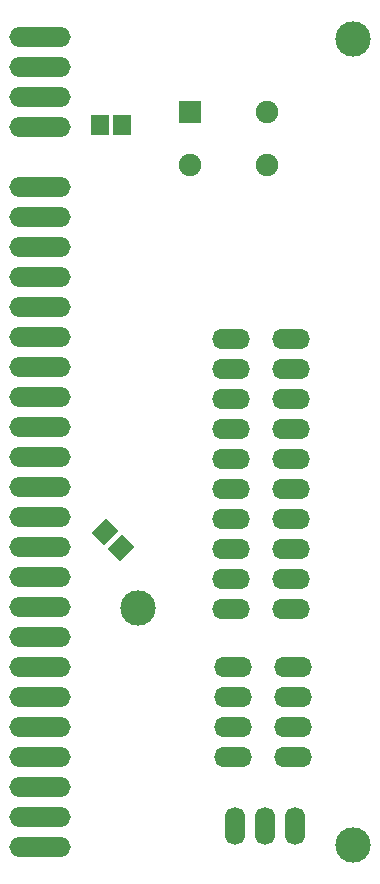
<source format=gbr>
G04 DipTrace 3.2.0.1*
G04 TopMask.gbr*
%MOIN*%
G04 #@! TF.FileFunction,Soldermask,Top*
G04 #@! TF.Part,Single*
%AMOUTLINE1*
4,1,4,
-0.044542,-0.002783,
0.002783,0.044542,
0.044542,0.002783,
-0.002783,-0.044542,
-0.044542,-0.002783,
0*%
%AMOUTLINE4*
4,1,4,
-0.037402,-0.037402,
-0.037402,0.037402,
0.037402,0.037402,
0.037402,-0.037402,
-0.037402,-0.037402,
0*%
%ADD22C,0.11811*%
%ADD28C,0.074803*%
%ADD30O,0.066929X0.125984*%
%ADD32O,0.125984X0.066929*%
%ADD34O,0.204724X0.066929*%
%ADD36R,0.059055X0.066929*%
%ADD43OUTLINE1*%
%ADD46OUTLINE4*%
%FSLAX26Y26*%
G04*
G70*
G90*
G75*
G01*
G04 TopMask*
%LPD*%
D36*
X757386Y2927751D3*
X832189D3*
D43*
X774591Y1573092D3*
X827484Y1520198D3*
D34*
X557228Y521478D3*
Y621478D3*
Y721478D3*
Y821478D3*
Y921478D3*
Y1021478D3*
Y1121478D3*
Y1221478D3*
Y1321478D3*
Y1421478D3*
Y1521478D3*
Y1621478D3*
Y1721478D3*
Y1821478D3*
Y1921478D3*
Y2021478D3*
Y2121478D3*
Y2221478D3*
Y2321478D3*
Y2421478D3*
Y2521478D3*
Y2621478D3*
Y2721478D3*
Y2921478D3*
Y3021478D3*
Y3121478D3*
Y3221478D3*
D22*
X1601047Y528003D3*
X885827Y1318898D3*
X1601684Y3215559D3*
D32*
X1194840Y1815367D3*
D30*
X1407318Y590496D3*
X1307328D3*
X1207339D3*
D32*
X1401408Y1121815D3*
X1201388D3*
X1401408Y1021804D3*
X1201388D3*
X1401408Y921794D3*
X1201388D3*
X1401408Y821783D3*
X1201388D3*
X1194801Y1315252D3*
X1394819Y2215346D3*
X1194799D3*
X1394819Y2115336D3*
X1194799D3*
X1394819Y2015325D3*
X1194799D3*
X1394819Y1915315D3*
X1194799D3*
X1394819Y1815304D3*
Y1715294D3*
X1194799D3*
X1394819Y1615283D3*
X1194799D3*
X1394819Y1515273D3*
X1194799D3*
X1394819Y1415262D3*
X1194799D3*
X1394819Y1315252D3*
D46*
X1057354Y2971496D3*
D28*
Y2794331D3*
X1313260D3*
Y2971496D3*
M02*

</source>
